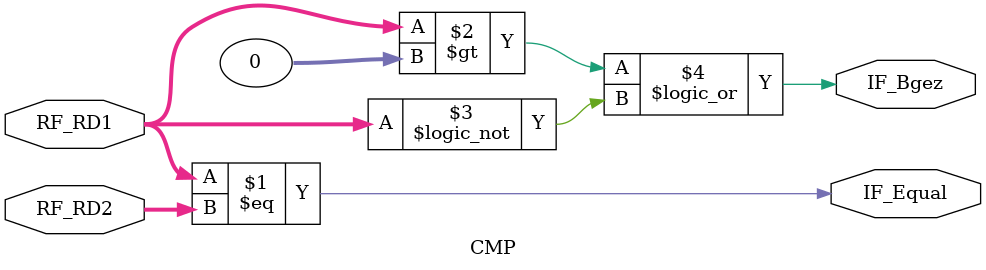
<source format=v>
`timescale 1ns / 1ps
module CMP(
    input [31:0] RF_RD1,
    input [31:0] RF_RD2,
    output IF_Equal,
	 output IF_Bgez
    );
	 assign IF_Equal=(RF_RD1==RF_RD2);
	 assign IF_Bgez=($signed(RF_RD1)>$signed(0)||$signed(RF_RD1)==$signed(0));
	 
endmodule

</source>
